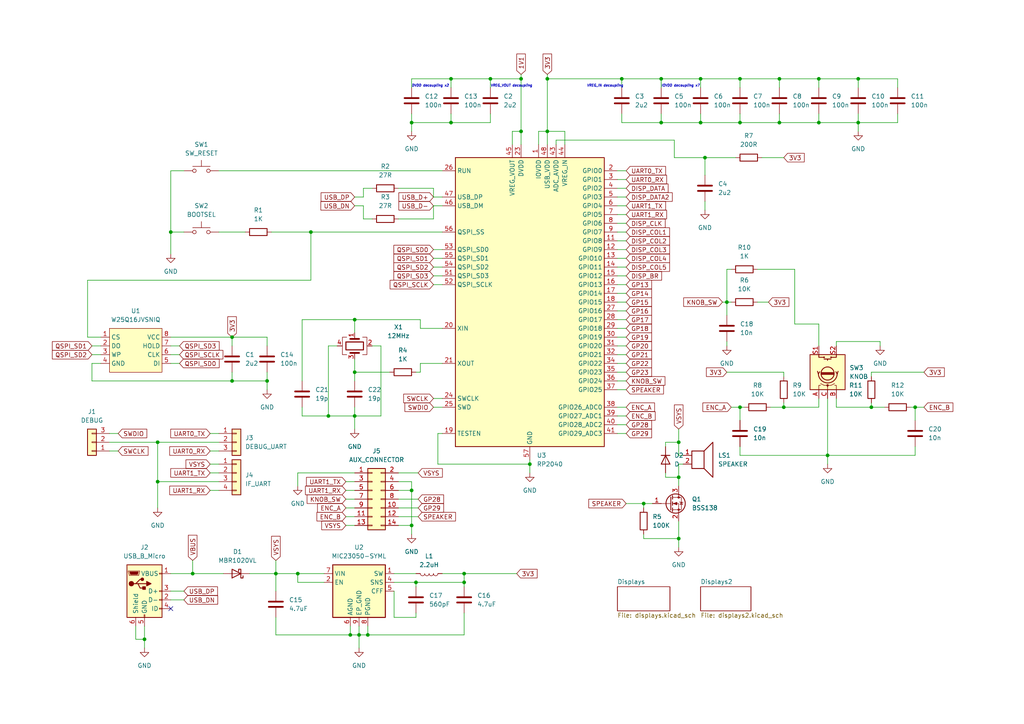
<source format=kicad_sch>
(kicad_sch (version 20230121) (generator eeschema)
  (paper "A4")
  (junction (at 67.31 110.49))
  (junction (at 214.63 118.11))
  (junction (at 77.47 110.49))
  (junction (at 102.87 107.95))
  (junction (at 134.62 168.91))
  (junction (at 90.17 67.31))
  (junction (at 119.38 35.56))
  (junction (at 252.73 118.11))
  (junction (at 153.67 134.62))
  (junction (at 106.68 184.15))
  (junction (at 227.33 118.11))
  (junction (at 142.24 22.86))
  (junction (at 214.63 22.86))
  (junction (at 86.36 166.37))
  (junction (at 214.63 35.56))
  (junction (at 119.38 142.24))
  (junction (at 240.03 132.08))
  (junction (at 151.13 22.86))
  (junction (at 210.82 87.63))
  (junction (at 134.62 166.37))
  (junction (at 186.69 146.05))
  (junction (at 102.87 92.71))
  (junction (at 119.38 152.4))
  (junction (at 191.77 22.86))
  (junction (at 151.13 38.1))
  (junction (at 55.88 166.37))
  (junction (at 49.53 67.31))
  (junction (at 237.49 35.56))
  (junction (at 95.25 120.65))
  (junction (at 265.43 118.11))
  (junction (at 45.72 128.27))
  (junction (at 204.47 45.72))
  (junction (at 80.01 166.37))
  (junction (at 196.85 138.43))
  (junction (at 120.65 168.91))
  (junction (at 191.77 35.56))
  (junction (at 203.2 22.86))
  (junction (at 102.87 120.65))
  (junction (at 226.06 22.86))
  (junction (at 203.2 35.56))
  (junction (at 45.72 139.7))
  (junction (at 196.85 156.21))
  (junction (at 248.92 35.56))
  (junction (at 41.91 185.42))
  (junction (at 158.75 22.86))
  (junction (at 158.75 38.1))
  (junction (at 248.92 22.86))
  (junction (at 67.31 97.79))
  (junction (at 101.6 184.15))
  (junction (at 196.85 128.27))
  (junction (at 104.14 184.15))
  (junction (at 226.06 35.56))
  (junction (at 130.81 35.56))
  (junction (at 180.34 22.86))
  (junction (at 237.49 22.86))
  (junction (at 130.81 22.86))
  (no_connect (at 49.53 176.53))
  (wire (pts (xy 125.73 80.01) (xy 128.27 80.01)))
  (wire (pts (xy 134.62 166.37) (xy 134.62 168.91)))
  (wire (pts (xy 49.53 67.31) (xy 53.34 67.31)))
  (wire (pts (xy 179.07 72.39) (xy 181.61 72.39)))
  (wire (pts (xy 45.72 139.7) (xy 63.5 139.7)))
  (wire (pts (xy 226.06 22.86) (xy 237.49 22.86)))
  (wire (pts (xy 130.81 33.02) (xy 130.81 35.56)))
  (wire (pts (xy 134.62 168.91) (xy 134.62 170.18)))
  (wire (pts (xy 25.4 97.79) (xy 29.21 97.79)))
  (wire (pts (xy 130.81 22.86) (xy 130.81 25.4)))
  (wire (pts (xy 179.07 105.41) (xy 181.61 105.41)))
  (wire (pts (xy 210.82 87.63) (xy 212.09 87.63)))
  (wire (pts (xy 128.27 57.15) (xy 125.73 57.15)))
  (wire (pts (xy 191.77 22.86) (xy 203.2 22.86)))
  (wire (pts (xy 265.43 118.11) (xy 264.16 118.11)))
  (wire (pts (xy 119.38 152.4) (xy 119.38 142.24)))
  (wire (pts (xy 219.71 87.63) (xy 222.885 87.63)))
  (wire (pts (xy 237.49 22.86) (xy 248.92 22.86)))
  (wire (pts (xy 26.67 105.41) (xy 26.67 110.49)))
  (wire (pts (xy 179.07 120.65) (xy 181.61 120.65)))
  (wire (pts (xy 256.54 118.11) (xy 252.73 118.11)))
  (wire (pts (xy 214.63 118.11) (xy 214.63 121.92)))
  (wire (pts (xy 248.92 22.86) (xy 248.92 25.4)))
  (wire (pts (xy 125.73 115.57) (xy 128.27 115.57)))
  (wire (pts (xy 267.97 107.95) (xy 252.73 107.95)))
  (wire (pts (xy 125.73 59.69) (xy 125.73 63.5)))
  (wire (pts (xy 179.07 82.55) (xy 181.61 82.55)))
  (wire (pts (xy 102.87 59.69) (xy 105.41 59.69)))
  (wire (pts (xy 115.57 149.86) (xy 121.285 149.86)))
  (wire (pts (xy 86.36 168.91) (xy 93.98 168.91)))
  (wire (pts (xy 115.57 147.32) (xy 121.285 147.32)))
  (wire (pts (xy 210.82 78.105) (xy 212.09 78.105)))
  (wire (pts (xy 179.07 59.69) (xy 181.61 59.69)))
  (wire (pts (xy 210.82 87.63) (xy 210.82 78.105)))
  (wire (pts (xy 49.53 173.99) (xy 53.34 173.99)))
  (wire (pts (xy 97.79 100.33) (xy 95.25 100.33)))
  (wire (pts (xy 267.97 118.11) (xy 265.43 118.11)))
  (wire (pts (xy 102.87 92.71) (xy 121.92 92.71)))
  (wire (pts (xy 196.85 134.62) (xy 196.85 138.43)))
  (wire (pts (xy 39.37 181.61) (xy 39.37 185.42)))
  (wire (pts (xy 198.12 132.08) (xy 196.85 132.08)))
  (wire (pts (xy 134.62 166.37) (xy 149.86 166.37)))
  (wire (pts (xy 125.73 54.61) (xy 115.57 54.61)))
  (wire (pts (xy 49.53 97.79) (xy 67.31 97.79)))
  (wire (pts (xy 100.33 152.4) (xy 102.87 152.4)))
  (wire (pts (xy 227.33 116.84) (xy 227.33 118.11)))
  (wire (pts (xy 230.505 93.98) (xy 230.505 78.105)))
  (wire (pts (xy 179.07 74.93) (xy 181.61 74.93)))
  (wire (pts (xy 100.33 149.86) (xy 102.87 149.86)))
  (wire (pts (xy 196.85 138.43) (xy 196.85 140.97)))
  (wire (pts (xy 203.2 33.02) (xy 203.2 35.56)))
  (wire (pts (xy 29.21 105.41) (xy 26.67 105.41)))
  (wire (pts (xy 180.34 33.02) (xy 180.34 35.56)))
  (wire (pts (xy 67.31 97.79) (xy 67.31 100.33)))
  (wire (pts (xy 179.07 77.47) (xy 181.61 77.47)))
  (wire (pts (xy 26.67 102.87) (xy 29.21 102.87)))
  (wire (pts (xy 87.63 118.11) (xy 87.63 120.65)))
  (wire (pts (xy 179.07 90.17) (xy 181.61 90.17)))
  (wire (pts (xy 180.34 35.56) (xy 191.77 35.56)))
  (wire (pts (xy 49.53 67.31) (xy 49.53 73.66)))
  (wire (pts (xy 158.75 22.86) (xy 180.34 22.86)))
  (wire (pts (xy 119.38 152.4) (xy 119.38 154.94)))
  (wire (pts (xy 45.72 139.7) (xy 45.72 147.32)))
  (wire (pts (xy 142.24 22.86) (xy 151.13 22.86)))
  (wire (pts (xy 115.57 144.78) (xy 121.285 144.78)))
  (wire (pts (xy 130.81 22.86) (xy 142.24 22.86)))
  (wire (pts (xy 204.47 45.72) (xy 204.47 50.8)))
  (wire (pts (xy 49.53 171.45) (xy 53.34 171.45)))
  (wire (pts (xy 180.34 22.86) (xy 191.77 22.86)))
  (wire (pts (xy 49.53 100.33) (xy 52.07 100.33)))
  (wire (pts (xy 119.38 22.86) (xy 130.81 22.86)))
  (wire (pts (xy 142.24 33.02) (xy 142.24 35.56)))
  (wire (pts (xy 179.07 49.53) (xy 181.61 49.53)))
  (wire (pts (xy 105.41 63.5) (xy 105.41 59.69)))
  (wire (pts (xy 240.03 115.57) (xy 240.03 132.08)))
  (wire (pts (xy 153.67 133.35) (xy 153.67 134.62)))
  (wire (pts (xy 86.36 166.37) (xy 86.36 168.91)))
  (wire (pts (xy 179.07 57.15) (xy 181.61 57.15)))
  (wire (pts (xy 130.81 35.56) (xy 142.24 35.56)))
  (wire (pts (xy 151.13 22.86) (xy 151.13 38.1)))
  (wire (pts (xy 179.07 107.95) (xy 181.61 107.95)))
  (wire (pts (xy 181.61 146.05) (xy 186.69 146.05)))
  (wire (pts (xy 63.5 49.53) (xy 128.27 49.53)))
  (wire (pts (xy 226.06 33.02) (xy 226.06 35.56)))
  (wire (pts (xy 90.17 81.28) (xy 25.4 81.28)))
  (wire (pts (xy 265.43 118.11) (xy 265.43 121.92)))
  (wire (pts (xy 114.3 168.91) (xy 120.65 168.91)))
  (wire (pts (xy 63.5 130.81) (xy 60.96 130.81)))
  (wire (pts (xy 125.73 82.55) (xy 128.27 82.55)))
  (wire (pts (xy 255.27 99.06) (xy 255.27 100.33)))
  (wire (pts (xy 119.38 33.02) (xy 119.38 35.56)))
  (wire (pts (xy 25.4 81.28) (xy 25.4 97.79)))
  (wire (pts (xy 193.04 128.27) (xy 196.85 128.27)))
  (wire (pts (xy 151.13 22.86) (xy 151.13 21.59)))
  (wire (pts (xy 80.01 166.37) (xy 86.36 166.37)))
  (wire (pts (xy 102.87 120.65) (xy 102.87 124.46)))
  (wire (pts (xy 78.74 67.31) (xy 90.17 67.31)))
  (wire (pts (xy 128.27 59.69) (xy 125.73 59.69)))
  (wire (pts (xy 179.07 69.85) (xy 181.61 69.85)))
  (wire (pts (xy 214.63 33.02) (xy 214.63 35.56)))
  (wire (pts (xy 77.47 110.49) (xy 67.31 110.49)))
  (wire (pts (xy 119.38 142.24) (xy 119.38 139.7)))
  (wire (pts (xy 77.47 107.95) (xy 77.47 110.49)))
  (wire (pts (xy 227.33 109.22) (xy 227.33 107.95)))
  (wire (pts (xy 163.83 41.91) (xy 163.83 38.1)))
  (wire (pts (xy 226.06 35.56) (xy 237.49 35.56)))
  (wire (pts (xy 102.87 107.95) (xy 102.87 110.49)))
  (wire (pts (xy 134.62 177.8) (xy 134.62 184.15)))
  (wire (pts (xy 115.57 137.16) (xy 121.285 137.16)))
  (wire (pts (xy 179.07 67.31) (xy 181.61 67.31)))
  (wire (pts (xy 158.75 38.1) (xy 158.75 41.91)))
  (wire (pts (xy 248.92 35.56) (xy 248.92 38.1)))
  (wire (pts (xy 114.3 179.07) (xy 114.3 171.45)))
  (wire (pts (xy 212.09 118.11) (xy 214.63 118.11)))
  (wire (pts (xy 179.07 118.11) (xy 181.61 118.11)))
  (wire (pts (xy 67.31 110.49) (xy 67.31 107.95)))
  (wire (pts (xy 193.04 138.43) (xy 193.04 137.16)))
  (wire (pts (xy 230.505 78.105) (xy 219.71 78.105)))
  (wire (pts (xy 248.92 22.86) (xy 260.35 22.86)))
  (wire (pts (xy 86.36 137.16) (xy 86.36 140.97)))
  (wire (pts (xy 102.87 96.52) (xy 102.87 92.71)))
  (wire (pts (xy 196.85 138.43) (xy 193.04 138.43)))
  (wire (pts (xy 186.69 156.21) (xy 186.69 154.94)))
  (wire (pts (xy 119.38 35.56) (xy 119.38 38.1)))
  (wire (pts (xy 179.07 110.49) (xy 181.61 110.49)))
  (wire (pts (xy 237.49 35.56) (xy 248.92 35.56)))
  (wire (pts (xy 237.49 33.02) (xy 237.49 35.56)))
  (wire (pts (xy 115.57 63.5) (xy 125.73 63.5)))
  (wire (pts (xy 45.72 128.27) (xy 63.5 128.27)))
  (wire (pts (xy 100.33 147.32) (xy 102.87 147.32)))
  (wire (pts (xy 214.63 35.56) (xy 226.06 35.56)))
  (wire (pts (xy 80.01 184.15) (xy 80.01 179.07)))
  (wire (pts (xy 196.85 128.27) (xy 196.85 132.08)))
  (wire (pts (xy 106.68 181.61) (xy 106.68 184.15)))
  (wire (pts (xy 120.65 168.91) (xy 120.65 170.18)))
  (wire (pts (xy 223.52 118.11) (xy 227.33 118.11)))
  (wire (pts (xy 196.85 156.21) (xy 186.69 156.21)))
  (wire (pts (xy 265.43 132.08) (xy 240.03 132.08)))
  (wire (pts (xy 55.88 166.37) (xy 64.77 166.37)))
  (wire (pts (xy 151.13 38.1) (xy 151.13 41.91)))
  (wire (pts (xy 179.07 92.71) (xy 181.61 92.71)))
  (wire (pts (xy 67.31 97.79) (xy 77.47 97.79)))
  (wire (pts (xy 87.63 92.71) (xy 87.63 110.49)))
  (wire (pts (xy 265.43 129.54) (xy 265.43 132.08)))
  (wire (pts (xy 196.85 156.21) (xy 196.85 158.75)))
  (wire (pts (xy 179.07 123.19) (xy 181.61 123.19)))
  (wire (pts (xy 87.63 120.65) (xy 95.25 120.65)))
  (wire (pts (xy 186.69 146.05) (xy 186.69 147.32)))
  (wire (pts (xy 214.63 129.54) (xy 214.63 132.08)))
  (wire (pts (xy 196.85 151.13) (xy 196.85 156.21)))
  (wire (pts (xy 110.49 100.33) (xy 110.49 120.65)))
  (wire (pts (xy 260.35 33.02) (xy 260.35 35.56)))
  (wire (pts (xy 179.07 52.07) (xy 181.61 52.07)))
  (wire (pts (xy 90.17 67.31) (xy 90.17 81.28)))
  (wire (pts (xy 63.5 67.31) (xy 71.12 67.31)))
  (wire (pts (xy 214.63 22.86) (xy 214.63 25.4)))
  (wire (pts (xy 26.67 100.33) (xy 29.21 100.33)))
  (wire (pts (xy 121.92 105.41) (xy 128.27 105.41)))
  (wire (pts (xy 55.88 162.56) (xy 55.88 166.37)))
  (wire (pts (xy 119.38 35.56) (xy 130.81 35.56)))
  (wire (pts (xy 195.58 40.64) (xy 195.58 45.72)))
  (wire (pts (xy 179.07 85.09) (xy 181.61 85.09)))
  (wire (pts (xy 179.07 62.23) (xy 181.61 62.23)))
  (wire (pts (xy 127 125.73) (xy 128.27 125.73)))
  (wire (pts (xy 125.73 77.47) (xy 128.27 77.47)))
  (wire (pts (xy 125.73 118.11) (xy 128.27 118.11)))
  (wire (pts (xy 26.67 110.49) (xy 67.31 110.49)))
  (wire (pts (xy 72.39 166.37) (xy 80.01 166.37)))
  (wire (pts (xy 31.75 125.73) (xy 34.29 125.73)))
  (wire (pts (xy 153.67 134.62) (xy 127 134.62)))
  (wire (pts (xy 237.49 22.86) (xy 237.49 25.4)))
  (wire (pts (xy 101.6 184.15) (xy 80.01 184.15)))
  (wire (pts (xy 227.33 118.11) (xy 237.49 118.11)))
  (wire (pts (xy 203.2 22.86) (xy 203.2 25.4)))
  (wire (pts (xy 179.07 100.33) (xy 181.61 100.33)))
  (wire (pts (xy 156.21 38.1) (xy 158.75 38.1)))
  (wire (pts (xy 191.77 25.4) (xy 191.77 22.86)))
  (wire (pts (xy 180.34 22.86) (xy 180.34 25.4)))
  (wire (pts (xy 191.77 35.56) (xy 203.2 35.56)))
  (wire (pts (xy 163.83 38.1) (xy 158.75 38.1)))
  (wire (pts (xy 101.6 181.61) (xy 101.6 184.15)))
  (wire (pts (xy 107.95 100.33) (xy 110.49 100.33)))
  (wire (pts (xy 203.2 22.86) (xy 214.63 22.86)))
  (wire (pts (xy 127 134.62) (xy 127 125.73)))
  (wire (pts (xy 49.53 102.87) (xy 52.07 102.87)))
  (wire (pts (xy 86.36 137.16) (xy 102.87 137.16)))
  (wire (pts (xy 107.95 63.5) (xy 105.41 63.5)))
  (wire (pts (xy 179.07 64.77) (xy 181.61 64.77)))
  (wire (pts (xy 252.73 109.22) (xy 252.73 107.95)))
  (wire (pts (xy 196.85 124.46) (xy 196.85 128.27)))
  (wire (pts (xy 115.57 152.4) (xy 119.38 152.4)))
  (wire (pts (xy 125.73 74.93) (xy 128.27 74.93)))
  (wire (pts (xy 121.92 105.41) (xy 121.92 107.95)))
  (wire (pts (xy 121.92 95.25) (xy 128.27 95.25)))
  (wire (pts (xy 179.07 95.25) (xy 181.61 95.25)))
  (wire (pts (xy 104.14 181.61) (xy 104.14 184.15)))
  (wire (pts (xy 179.07 102.87) (xy 181.61 102.87)))
  (wire (pts (xy 121.92 92.71) (xy 121.92 95.25)))
  (wire (pts (xy 191.77 33.02) (xy 191.77 35.56)))
  (wire (pts (xy 60.96 134.62) (xy 63.5 134.62)))
  (wire (pts (xy 119.38 25.4) (xy 119.38 22.86)))
  (wire (pts (xy 113.03 107.95) (xy 102.87 107.95)))
  (wire (pts (xy 128.27 166.37) (xy 134.62 166.37)))
  (wire (pts (xy 102.87 57.15) (xy 105.41 57.15)))
  (wire (pts (xy 107.95 54.61) (xy 105.41 54.61)))
  (wire (pts (xy 189.23 146.05) (xy 186.69 146.05)))
  (wire (pts (xy 120.65 179.07) (xy 114.3 179.07)))
  (wire (pts (xy 179.07 97.79) (xy 181.61 97.79)))
  (wire (pts (xy 63.5 125.73) (xy 60.96 125.73)))
  (wire (pts (xy 179.07 113.03) (xy 181.61 113.03)))
  (wire (pts (xy 95.25 100.33) (xy 95.25 120.65)))
  (wire (pts (xy 100.33 139.7) (xy 102.87 139.7)))
  (wire (pts (xy 39.37 185.42) (xy 41.91 185.42)))
  (wire (pts (xy 260.35 35.56) (xy 248.92 35.56)))
  (wire (pts (xy 77.47 110.49) (xy 77.47 113.03)))
  (wire (pts (xy 49.53 105.41) (xy 52.07 105.41)))
  (wire (pts (xy 142.24 22.86) (xy 142.24 25.4)))
  (wire (pts (xy 104.14 184.15) (xy 106.68 184.15)))
  (wire (pts (xy 115.57 139.7) (xy 119.38 139.7)))
  (wire (pts (xy 242.57 99.06) (xy 255.27 99.06)))
  (wire (pts (xy 158.75 38.1) (xy 158.75 22.86)))
  (wire (pts (xy 220.98 45.72) (xy 227.33 45.72)))
  (wire (pts (xy 104.14 184.15) (xy 104.14 187.96)))
  (wire (pts (xy 31.75 130.81) (xy 34.29 130.81)))
  (wire (pts (xy 45.72 128.27) (xy 45.72 139.7)))
  (wire (pts (xy 161.29 40.64) (xy 195.58 40.64)))
  (wire (pts (xy 204.47 45.72) (xy 213.36 45.72)))
  (wire (pts (xy 179.07 80.01) (xy 181.61 80.01)))
  (wire (pts (xy 90.17 67.31) (xy 128.27 67.31)))
  (wire (pts (xy 49.53 49.53) (xy 49.53 67.31)))
  (wire (pts (xy 60.96 142.24) (xy 63.5 142.24)))
  (wire (pts (xy 49.53 166.37) (xy 55.88 166.37)))
  (wire (pts (xy 198.12 134.62) (xy 196.85 134.62)))
  (wire (pts (xy 77.47 97.79) (xy 77.47 100.33)))
  (wire (pts (xy 105.41 54.61) (xy 105.41 57.15)))
  (wire (pts (xy 153.67 134.62) (xy 153.67 137.16)))
  (wire (pts (xy 240.03 132.08) (xy 240.03 134.62)))
  (wire (pts (xy 114.3 166.37) (xy 120.65 166.37)))
  (wire (pts (xy 158.75 21.59) (xy 158.75 22.86)))
  (wire (pts (xy 102.87 92.71) (xy 87.63 92.71)))
  (wire (pts (xy 179.07 54.61) (xy 181.61 54.61)))
  (wire (pts (xy 237.49 115.57) (xy 237.49 118.11)))
  (wire (pts (xy 148.59 38.1) (xy 151.13 38.1)))
  (wire (pts (xy 125.73 72.39) (xy 128.27 72.39)))
  (wire (pts (xy 134.62 184.15) (xy 106.68 184.15)))
  (wire (pts (xy 226.06 22.86) (xy 226.06 25.4)))
  (wire (pts (xy 100.33 144.78) (xy 102.87 144.78)))
  (wire (pts (xy 210.82 87.63) (xy 210.82 91.44)))
  (wire (pts (xy 210.82 99.06) (xy 210.82 100.33)))
  (wire (pts (xy 53.34 49.53) (xy 49.53 49.53)))
  (wire (pts (xy 102.87 120.65) (xy 102.87 118.11)))
  (wire (pts (xy 101.6 184.15) (xy 104.14 184.15)))
  (wire (pts (xy 203.2 35.56) (xy 214.63 35.56)))
  (wire (pts (xy 237.49 93.98) (xy 230.505 93.98)))
  (wire (pts (xy 41.91 185.42) (xy 41.91 187.96)))
  (wire (pts (xy 248.92 33.02) (xy 248.92 35.56)))
  (wire (pts (xy 86.36 166.37) (xy 93.98 166.37)))
  (wire (pts (xy 125.73 57.15) (xy 125.73 54.61)))
  (wire (pts (xy 204.47 58.42) (xy 204.47 60.96)))
  (wire (pts (xy 195.58 45.72) (xy 204.47 45.72)))
  (wire (pts (xy 120.65 107.95) (xy 121.92 107.95)))
  (wire (pts (xy 80.01 162.56) (xy 80.01 166.37)))
  (wire (pts (xy 156.21 41.91) (xy 156.21 38.1)))
  (wire (pts (xy 252.73 118.11) (xy 242.57 118.11)))
  (wire (pts (xy 179.07 125.73) (xy 181.61 125.73)))
  (wire (pts (xy 161.29 41.91) (xy 161.29 40.64)))
  (wire (pts (xy 120.65 168.91) (xy 134.62 168.91)))
  (wire (pts (xy 242.57 115.57) (xy 242.57 118.11)))
  (wire (pts (xy 237.49 100.33) (xy 237.49 93.98)))
  (wire (pts (xy 60.96 137.16) (xy 63.5 137.16)))
  (wire (pts (xy 210.82 107.95) (xy 227.33 107.95)))
  (wire (pts (xy 214.63 132.08) (xy 240.03 132.08)))
  (wire (pts (xy 148.59 41.91) (xy 148.59 38.1)))
  (wire (pts (xy 31.75 128.27) (xy 45.72 128.27)))
  (wire (pts (xy 209.55 87.63) (xy 210.82 87.63)))
  (wire (pts (xy 193.04 129.54) (xy 193.04 128.27)))
  (wire (pts (xy 214.63 118.11) (xy 215.9 118.11)))
  (wire (pts (xy 260.35 22.86) (xy 260.35 25.4)))
  (wire (pts (xy 179.07 87.63) (xy 181.61 87.63)))
  (wire (pts (xy 102.87 104.14) (xy 102.87 107.95)))
  (wire (pts (xy 252.73 116.84) (xy 252.73 118.11)))
  (wire (pts (xy 100.33 142.24) (xy 102.87 142.24)))
  (wire (pts (xy 41.91 181.61) (xy 41.91 185.42)))
  (wire (pts (xy 110.49 120.65) (xy 102.87 120.65)))
  (wire (pts (xy 95.25 120.65) (xy 102.87 120.65)))
  (wire (pts (xy 80.01 166.37) (xy 80.01 171.45)))
  (wire (pts (xy 242.57 99.06) (xy 242.57 100.33)))
  (wire (pts (xy 214.63 22.86) (xy 226.06 22.86)))
  (wire (pts (xy 120.65 177.8) (xy 120.65 179.07)))
  (wire (pts (xy 115.57 142.24) (xy 119.38 142.24)))
  (text "IOVDD decoupling x7" (at 191.77 25.4 0) (effects (font (size 0.7 0.7) italic) (justify left bottom)))
  (text "DVDD decoupling x2" (at 119.38 25.4 0) (effects (font (size 0.7 0.7) italic) (justify left bottom)))
  (text "VREG_IN decoupling" (at 170.18 25.4 0) (effects (font (size 0.7 0.7) italic) (justify left bottom)))
  (text "VREG_VOUT decoupling" (at 142.24 25.4 0) (effects (font (size 0.7 0.7) italic) (justify left bottom)))
  (global_label "GP28" (shape input) (at 121.285 144.78 0) (property "Intersheetrefs" "${INTERSHEET_REFS}" (effects hide)))
  (global_label "3V3" (shape input) (at 149.86 166.37 0) (property "Intersheetrefs" "${INTERSHEET_REFS}" (effects hide)))
  (global_label "DISP_CLK" (shape input) (at 181.61 64.77 0) (property "Intersheetrefs" "${INTERSHEET_REFS}" (effects hide)))
  (global_label "DISP_DATA" (shape input) (at 181.61 54.61 0) (property "Intersheetrefs" "${INTERSHEET_REFS}" (effects hide)))
  (global_label "3V3" (shape input) (at 67.31 97.79 90) (property "Intersheetrefs" "${INTERSHEET_REFS}" (effects hide)))
  (global_label "VBUS" (shape input) (at 55.88 162.56 90) (property "Intersheetrefs" "${INTERSHEET_REFS}" (effects hide)))
  (global_label "DISP_DATA2" (shape input) (at 181.61 57.15 0) (property "Intersheetrefs" "${INTERSHEET_REFS}" (effects hide)))
  (global_label "ENC_B" (shape input) (at 100.33 149.86 180) (property "Intersheetrefs" "${INTERSHEET_REFS}" (effects hide)))
  (global_label "UART1_RX" (shape input) (at 60.96 142.24 180) (property "Intersheetrefs" "${INTERSHEET_REFS}" (effects hide)))
  (global_label "GP20" (shape input) (at 181.61 100.33 0) (property "Intersheetrefs" "${INTERSHEET_REFS}" (effects hide)))
  (global_label "VSYS" (shape input) (at 100.33 152.4 180) (property "Intersheetrefs" "${INTERSHEET_REFS}" (effects hide)))
  (global_label "UART1_TX" (shape input) (at 181.61 59.69 0) (property "Intersheetrefs" "${INTERSHEET_REFS}" (effects hide)))
  (global_label "USB_D-" (shape input) (at 125.73 59.69 180) (property "Intersheetrefs" "${INTERSHEET_REFS}" (effects hide)))
  (global_label "QSPI_SD2" (shape input) (at 26.67 102.87 180) (property "Intersheetrefs" "${INTERSHEET_REFS}" (effects hide)))
  (global_label "GP16" (shape input) (at 181.61 90.17 0) (property "Intersheetrefs" "${INTERSHEET_REFS}" (effects hide)))
  (global_label "KNOB_SW" (shape input) (at 181.61 110.49 0) (property "Intersheetrefs" "${INTERSHEET_REFS}" (effects hide)))
  (global_label "QSPI_SD3" (shape input) (at 125.73 80.01 180) (property "Intersheetrefs" "${INTERSHEET_REFS}" (effects hide)))
  (global_label "GP13" (shape input) (at 181.61 82.55 0) (property "Intersheetrefs" "${INTERSHEET_REFS}" (effects hide)))
  (global_label "GP28" (shape input) (at 181.61 123.19 0) (property "Intersheetrefs" "${INTERSHEET_REFS}" (effects hide)))
  (global_label "USB_DP" (shape input) (at 53.34 171.45 0) (property "Intersheetrefs" "${INTERSHEET_REFS}" (effects hide)))
  (global_label "SWDIO" (shape input) (at 34.29 125.73 0) (property "Intersheetrefs" "${INTERSHEET_REFS}" (effects hide)))
  (global_label "UART1_RX" (shape input) (at 181.61 62.23 0) (property "Intersheetrefs" "${INTERSHEET_REFS}" (effects hide)))
  (global_label "GP29" (shape input) (at 181.61 125.73 0) (property "Intersheetrefs" "${INTERSHEET_REFS}" (effects hide)))
  (global_label "QSPI_SCLK" (shape input) (at 52.07 102.87 0) (property "Intersheetrefs" "${INTERSHEET_REFS}" (effects hide)))
  (global_label "GP19" (shape input) (at 181.61 97.79 0) (property "Intersheetrefs" "${INTERSHEET_REFS}" (effects hide)))
  (global_label "UART1_TX" (shape input) (at 60.96 137.16 180) (property "Intersheetrefs" "${INTERSHEET_REFS}" (effects hide)))
  (global_label "GP22" (shape input) (at 181.61 105.41 0) (property "Intersheetrefs" "${INTERSHEET_REFS}" (effects hide)))
  (global_label "GP14" (shape input) (at 181.61 85.09 0) (property "Intersheetrefs" "${INTERSHEET_REFS}" (effects hide)))
  (global_label "DISP_COL3" (shape input) (at 181.61 72.39 0) (property "Intersheetrefs" "${INTERSHEET_REFS}" (effects hide)))
  (global_label "GP29" (shape input) (at 121.285 147.32 0) (property "Intersheetrefs" "${INTERSHEET_REFS}" (effects hide)))
  (global_label "VSYS" (shape input) (at 80.01 162.56 90) (property "Intersheetrefs" "${INTERSHEET_REFS}" (effects hide)))
  (global_label "GP17" (shape input) (at 181.61 92.71 0) (property "Intersheetrefs" "${INTERSHEET_REFS}" (effects hide)))
  (global_label "UART0_RX" (shape input) (at 60.96 130.81 180) (property "Intersheetrefs" "${INTERSHEET_REFS}" (effects hide)))
  (global_label "DISP_BR" (shape input) (at 181.61 80.01 0) (property "Intersheetrefs" "${INTERSHEET_REFS}" (effects hide)))
  (global_label "3V3" (shape input) (at 158.75 21.59 90) (effects (font italic)) (property "Intersheetrefs" "${INTERSHEET_REFS}" (effects hide)))
  (global_label "KNOB_SW" (shape input) (at 100.33 144.78 180) (property "Intersheetrefs" "${INTERSHEET_REFS}" (effects hide)))
  (global_label "QSPI_SCLK" (shape input) (at 125.73 82.55 180) (property "Intersheetrefs" "${INTERSHEET_REFS}" (effects hide)))
  (global_label "QSPI_SD2" (shape input) (at 125.73 77.47 180) (property "Intersheetrefs" "${INTERSHEET_REFS}" (effects hide)))
  (global_label "QSPI_SD3" (shape input) (at 52.07 100.33 0) (property "Intersheetrefs" "${INTERSHEET_REFS}" (effects hide)))
  (global_label "VSYS" (shape input) (at 196.85 124.46 90) (property "Intersheetrefs" "${INTERSHEET_REFS}" (effects hide)))
  (global_label "SWCLK" (shape input) (at 125.73 115.57 180) (property "Intersheetrefs" "${INTERSHEET_REFS}" (effects hide)))
  (global_label "1V1" (shape input) (at 151.13 21.59 90) (effects (font italic)) (property "Intersheetrefs" "${INTERSHEET_REFS}" (effects hide)))
  (global_label "SWCLK" (shape input) (at 34.29 130.81 0) (property "Intersheetrefs" "${INTERSHEET_REFS}" (effects hide)))
  (global_label "QSPI_SD1" (shape input) (at 125.73 74.93 180) (property "Intersheetrefs" "${INTERSHEET_REFS}" (effects hide)))
  (global_label "USB_DP" (shape input) (at 102.87 57.15 180) (property "Intersheetrefs" "${INTERSHEET_REFS}" (effects hide)))
  (global_label "UART1_RX" (shape input) (at 100.33 142.24 180) (property "Intersheetrefs" "${INTERSHEET_REFS}" (effects hide)))
  (global_label "ENC_A" (shape input) (at 100.33 147.32 180) (property "Intersheetrefs" "${INTERSHEET_REFS}" (effects hide)))
  (global_label "ENC_A" (shape input) (at 212.09 118.11 180) (property "Intersheetrefs" "${INTERSHEET_REFS}" (effects hide)))
  (global_label "GP23" (shape input) (at 181.61 107.95 0) (property "Intersheetrefs" "${INTERSHEET_REFS}" (effects hide)))
  (global_label "DISP_COL1" (shape input) (at 181.61 67.31 0) (property "Intersheetrefs" "${INTERSHEET_REFS}" (effects hide)))
  (global_label "SPEAKER" (shape input) (at 181.61 113.03 0) (property "Intersheetrefs" "${INTERSHEET_REFS}" (effects hide)))
  (global_label "GP21" (shape input) (at 181.61 102.87 0) (property "Intersheetrefs" "${INTERSHEET_REFS}" (effects hide)))
  (global_label "SPEAKER" (shape input) (at 181.61 146.05 180) (property "Intersheetrefs" "${INTERSHEET_REFS}" (effects hide)))
  (global_label "3V3" (shape input) (at 267.97 107.95 0) (property "Intersheetrefs" "${INTERSHEET_REFS}" (effects hide)))
  (global_label "VSYS" (shape input) (at 121.285 137.16 0) (property "Intersheetrefs" "${INTERSHEET_REFS}" (effects hide)))
  (global_label "3V3" (shape input) (at 222.885 87.63 0) (property "Intersheetrefs" "${INTERSHEET_REFS}" (effects hide)))
  (global_label "KNOB_SW" (shape input) (at 209.55 87.63 180) (property "Intersheetrefs" "${INTERSHEET_REFS}" (effects hide)))
  (global_label "UART0_RX" (shape input) (at 181.61 52.07 0) (property "Intersheetrefs" "${INTERSHEET_REFS}" (effects hide)))
  (global_label "ENC_B" (shape input) (at 267.97 118.11 0) (property "Intersheetrefs" "${INTERSHEET_REFS}" (effects hide)))
  (global_label "UART1_TX" (shape input) (at 100.33 139.7 180) (property "Intersheetrefs" "${INTERSHEET_REFS}" (effects hide)))
  (global_label "ENC_B" (shape input) (at 181.61 120.65 0) (property "Intersheetrefs" "${INTERSHEET_REFS}" (effects hide)))
  (global_label "SPEAKER" (shape input) (at 121.285 149.86 0) (property "Intersheetrefs" "${INTERSHEET_REFS}" (effects hide)))
  (global_label "SWDIO" (shape input) (at 125.73 118.11 180) (property "Intersheetrefs" "${INTERSHEET_REFS}" (effects hide)))
  (global_label "GP15" (shape input) (at 181.61 87.63 0) (property "Intersheetrefs" "${INTERSHEET_REFS}" (effects hide)))
  (global_label "GP18" (shape input) (at 181.61 95.25 0) (property "Intersheetrefs" "${INTERSHEET_REFS}" (effects hide)))
  (global_label "DISP_COL5" (shape input) (at 181.61 77.47 0) (property "Intersheetrefs" "${INTERSHEET_REFS}" (effects hide)))
  (global_label "USB_DN" (shape input) (at 102.87 59.69 180) (property "Intersheetrefs" "${INTERSHEET_REFS}" (effects hide)))
  (global_label "DISP_COL4" (shape input) (at 181.61 74.93 0) (property "Intersheetrefs" "${INTERSHEET_REFS}" (effects hide)))
  (global_label "3V3" (shape input) (at 227.33 45.72 0) (property "Intersheetrefs" "${INTERSHEET_REFS}" (effects hide)))
  (global_label "3V3" (shape input) (at 210.82 107.95 180) (property "Intersheetrefs" "${INTERSHEET_REFS}" (effects hide)))
  (global_label "UART0_TX" (shape input) (at 181.61 49.53 0) (property "Intersheetrefs" "${INTERSHEET_REFS}" (effects hide)))
  (global_label "DISP_COL2" (shape input) (at 181.61 69.85 0) (property "Intersheetrefs" "${INTERSHEET_REFS}" (effects hide)))
  (global_label "QSPI_SD0" (shape input) (at 52.07 105.41 0) (property "Intersheetrefs" "${INTERSHEET_REFS}" (effects hide)))
  (global_label "QSPI_SD0" (shape input) (at 125.73 72.39 180) (property "Intersheetrefs" "${INTERSHEET_REFS}" (effects hide)))
  (global_label "USB_D+" (shape input) (at 125.73 57.15 180) (property "Intersheetrefs" "${INTERSHEET_REFS}" (effects hide)))
  (global_label "VSYS" (shape input) (at 60.96 134.62 180) (property "Intersheetrefs" "${INTERSHEET_REFS}" (effects hide)))
  (global_label "USB_DN" (shape input) (at 53.34 173.99 0) (property "Intersheetrefs" "${INTERSHEET_REFS}" (effects hide)))
  (global_label "QSPI_SD1" (shape input) (at 26.67 100.33 180) (property "Intersheetrefs" "${INTERSHEET_REFS}" (effects hide)))
  (global_label "UART0_TX" (shape input) (at 60.96 125.73 180) (property "Intersheetrefs" "${INTERSHEET_REFS}" (effects hide)))
  (global_label "ENC_A" (shape input) (at 181.61 118.11 0) (property "Intersheetrefs" "${INTERSHEET_REFS}" (effects hide)))
  (symbol (lib_id "Device:C") (at 119.38 29.21 0) (unit 1)
    (property "Reference" "C12" (at 123.19 27.9399 0) (effects (justify left)))
    (property "Value" "100n" (at 123.19 30.4799 0) (effects (justify left)))
    (property "Footprint" "Capacitor_SMD:C_0603_1608Metric" (effects hide))
  )
  (symbol (lib_id "Device:C") (at 214.63 29.21 0) (unit 1)
    (property "Reference" "C7" (at 218.44 27.9399 0) (effects (justify left)))
    (property "Value" "100n" (at 218.44 30.4799 0) (effects (justify left)))
    (property "Footprint" "Capacitor_SMD:C_0603_1608Metric" (effects hide))
  )
  (symbol (lib_id "Switch:SW_Push") (at 58.42 67.31 0) (unit 1)
    (property "Reference" "SW2" (at 58.42 59.69 0))
    (property "Value" "BOOTSEL" (at 58.42 62.23 0))
    (property "Footprint" "components:TS18_TACTILE_SWITCH" (effects hide))
  )
  (symbol (lib_id "Device:C") (at 87.63 114.3 0) (unit 1)
    (property "Reference" "C21" (at 91.44 113.0299 0) (effects (justify left)))
    (property "Value" "19p" (at 91.44 115.5699 0) (effects (justify left)))
    (property "Footprint" "Capacitor_SMD:C_0603_1608Metric" (effects hide))
  )
  (symbol (lib_id "Device:R") (at 111.76 63.5 90) (unit 1)
    (property "Reference" "R3" (at 111.76 57.15 90))
    (property "Value" "27R" (at 111.76 59.69 90))
    (property "Footprint" "Resistor_SMD:R_0603_1608Metric" (effects hide))
  )
  (symbol (lib_id "power:GND") (at 204.47 60.96 0) (unit 1)
    (property "Reference" "#PWR0112" (effects hide))
    (property "Value" "GND" (at 204.47 66.04 0))
  )
  (symbol (lib_id "Device:C") (at 248.92 29.21 0) (unit 1)
    (property "Reference" "C10" (at 252.73 27.9399 0) (effects (justify left)))
    (property "Value" "100n" (at 252.73 30.4799 0) (effects (justify left)))
    (property "Footprint" "Capacitor_SMD:C_0603_1608Metric" (effects hide))
  )
  (symbol (lib_id "Device:C") (at 130.81 29.21 0) (unit 1)
    (property "Reference" "C13" (at 134.62 27.9399 0) (effects (justify left)))
    (property "Value" "100n" (at 134.62 30.4799 0) (effects (justify left)))
    (property "Footprint" "Capacitor_SMD:C_0603_1608Metric" (effects hide))
  )
  (symbol (lib_id "Device:C") (at 134.62 173.99 0) (unit 1)
    (property "Reference" "C16" (at 138.43 172.7199 0) (effects (justify left)))
    (property "Value" "4.7uF" (at 138.43 175.2599 0) (effects (justify left)))
    (property "Footprint" "Capacitor_SMD:C_0603_1608Metric" (effects hide))
  )
  (symbol (lib_id "Device:Speaker") (at 203.2 132.08 0) (unit 1)
    (property "Reference" "LS1" (at 208.28 132.0799 0) (effects (justify left)))
    (property "Value" "SPEAKER" (at 208.28 134.6199 0) (effects (justify left)))
    (property "Footprint" "components:BUZZER_CMT-8504" (effects hide))
  )
  (symbol (lib_id "components:W25Q16JVSNIQ") (at 39.37 105.41 0) (unit 1)
    (property "Reference" "U1" (at 39.37 90.17 0))
    (property "Value" "W25Q16JVSNIQ" (at 39.37 92.71 0))
    (property "Footprint" "components:SOIC8_150mil" (effects hide))
  )
  (symbol (lib_id "Connector_Generic:Conn_02x07_Odd_Even") (at 107.95 144.78 0) (unit 1)
    (property "Reference" "J5" (at 109.22 130.81 0))
    (property "Value" "AUX_CONNECTOR" (at 109.22 133.35 0))
    (property "Footprint" "Connector_IDC:IDC-Header_2x07_P2.54mm_Vertical" (effects hide))
  )
  (symbol (lib_id "power:GND") (at 49.53 73.66 0) (unit 1)
    (property "Reference" "#PWR0105" (effects hide))
    (property "Value" "GND" (at 49.53 78.74 0))
  )
  (symbol (lib_id "Device:R") (at 74.93 67.31 90) (unit 1)
    (property "Reference" "R1" (at 74.93 60.96 90))
    (property "Value" "1K" (at 74.93 63.5 90))
    (property "Footprint" "Resistor_SMD:R_0603_1608Metric" (effects hide))
  )
  (symbol (lib_id "power:GND") (at 86.36 140.97 0) (unit 1)
    (property "Reference" "#PWR0107" (effects hide))
    (property "Value" "GND" (at 86.36 146.05 0))
  )
  (symbol (lib_id "power:GND") (at 153.67 137.16 0) (unit 1)
    (property "Reference" "#PWR0109" (effects hide))
    (property "Value" "GND" (at 153.67 142.24 0))
  )
  (symbol (lib_id "Device:R") (at 260.35 118.11 270) (mirror x) (unit 1)
    (property "Reference" "R12" (at 260.35 111.76 90))
    (property "Value" "10K" (at 260.35 114.3 90))
    (property "Footprint" "Resistor_SMD:R_0603_1608Metric" (effects hide))
  )
  (symbol (lib_id "Device:R") (at 227.33 113.03 180) (unit 1)
    (property "Reference" "R9" (at 229.87 111.7599 0) (effects (justify right)))
    (property "Value" "10K" (at 229.87 114.2999 0) (effects (justify right)))
    (property "Footprint" "Resistor_SMD:R_0603_1608Metric" (effects hide))
  )
  (symbol (lib_id "Connector_Generic:Conn_01x03") (at 26.67 128.27 180) (unit 1)
    (property "Reference" "J1" (at 26.67 119.38 0))
    (property "Value" "DEBUG" (at 26.67 121.92 0))
    (property "Footprint" "Connector_PinHeader_2.54mm:PinHeader_1x03_P2.54mm_Vertical" (effects hide))
  )
  (symbol (lib_id "power:GND") (at 196.85 158.75 0) (unit 1)
    (property "Reference" "#PWR0117" (effects hide))
    (property "Value" "GND" (at 196.85 163.83 0))
  )
  (symbol (lib_id "power:GND") (at 255.27 100.33 0) (unit 1)
    (property "Reference" "#PWR0114" (effects hide))
    (property "Value" "GND" (at 255.27 105.41 0))
  )
  (symbol (lib_id "power:GND") (at 77.47 113.03 0) (unit 1)
    (property "Reference" "#PWR0108" (effects hide))
    (property "Value" "GND" (at 77.47 118.11 0))
  )
  (symbol (lib_id "power:GND") (at 240.03 134.62 0) (unit 1)
    (property "Reference" "#PWR0113" (effects hide))
    (property "Value" "GND" (at 240.03 139.7 0))
  )
  (symbol (lib_id "MCU_RaspberryPi:RP2040") (at 153.67 87.63 0) (unit 1)
    (property "Reference" "U3" (at 155.6894 132.08 0) (effects (justify left)))
    (property "Value" "RP2040" (at 155.6894 134.62 0) (effects (justify left)))
    (property "Footprint" "Package_DFN_QFN:QFN-56-1EP_7x7mm_P0.4mm_EP3.2x3.2mm" (effects hide))
    (property "Datasheet" "https://datasheets.raspberrypi.com/rp2040/rp2040-datasheet.pdf" (effects hide))
  )
  (symbol (lib_id "Device:C") (at 214.63 125.73 0) (unit 1)
    (property "Reference" "C19" (at 218.44 124.4599 0) (effects (justify left)))
    (property "Value" "10n" (at 218.44 126.9999 0) (effects (justify left)))
    (property "Footprint" "Capacitor_SMD:C_0603_1608Metric" (effects hide))
  )
  (symbol (lib_id "Device:C") (at 120.65 173.99 0) (unit 1)
    (property "Reference" "C17" (at 124.46 172.7199 0) (effects (justify left)))
    (property "Value" "560pF" (at 124.46 175.2599 0) (effects (justify left)))
    (property "Footprint" "Capacitor_SMD:C_0603_1608Metric" (effects hide))
  )
  (symbol (lib_id "Connector_Generic:Conn_01x03") (at 68.58 128.27 0) (unit 1)
    (property "Reference" "J3" (at 71.12 126.9999 0) (effects (justify left)))
    (property "Value" "DEBUG_UART" (at 71.12 129.5399 0) (effects (justify left)))
    (property "Footprint" "Connector_PinHeader_2.54mm:PinHeader_1x03_P2.54mm_Vertical" (effects hide))
  )
  (symbol (lib_id "Device:D") (at 193.04 133.35 270) (unit 1)
    (property "Reference" "D2" (at 195.58 132.0799 90) (effects (justify left)))
    (property "Value" "D" (at 195.58 134.6199 90) (effects (justify left)))
    (property "Footprint" "Diode_SMD:D_SOD-123" (effects hide))
  )
  (symbol (lib_id "Device:C") (at 80.01 175.26 0) (unit 1)
    (property "Reference" "C15" (at 83.82 173.9899 0) (effects (justify left)))
    (property "Value" "4.7uF" (at 83.82 176.5299 0) (effects (justify left)))
    (property "Footprint" "Capacitor_SMD:C_0603_1608Metric" (effects hide))
  )
  (symbol (lib_id "Transistor_FET:BSS138") (at 194.31 146.05 0) (unit 1)
    (property "Reference" "Q1" (at 200.66 144.7799 0) (effects (justify left)))
    (property "Value" "BSS138" (at 200.66 147.3199 0) (effects (justify left)))
    (property "Footprint" "Package_TO_SOT_SMD:SOT-23" (effects hide))
    (property "Datasheet" "https://www.onsemi.com/pub/Collateral/BSS138-D.PDF" (effects hide))
  )
  (symbol (lib_id "Device:C") (at 260.35 29.21 0) (unit 1)
    (property "Reference" "C11" (at 264.16 27.9399 0) (effects (justify left)))
    (property "Value" "100n" (at 264.16 30.4799 0) (effects (justify left)))
    (property "Footprint" "Capacitor_SMD:C_0603_1608Metric" (effects hide))
  )
  (symbol (lib_id "Device:L") (at 124.46 166.37 270) (unit 1)
    (property "Reference" "L1" (at 124.46 161.29 90))
    (property "Value" "2.2uH" (at 124.46 163.83 90))
    (property "Footprint" "components:Inductor_0806" (effects hide))
  )
  (symbol (lib_id "Connector_Generic:Conn_01x04") (at 68.58 137.16 0) (unit 1)
    (property "Reference" "J4" (at 71.12 137.795 0) (effects (justify left)))
    (property "Value" "IF_UART" (at 71.12 140.335 0) (effects (justify left)))
    (property "Footprint" "Connector_PinHeader_2.54mm:PinHeader_1x04_P2.54mm_Vertical" (effects hide))
  )
  (symbol (lib_id "Device:R") (at 111.76 54.61 90) (unit 1)
    (property "Reference" "R2" (at 111.76 48.26 90))
    (property "Value" "27R" (at 111.76 50.8 90))
    (property "Footprint" "Resistor_SMD:R_0603_1608Metric" (effects hide))
  )
  (symbol (lib_id "Device:R") (at 215.9 87.63 270) (mirror x) (unit 1)
    (property "Reference" "R6" (at 215.9 81.28 90))
    (property "Value" "10K" (at 215.9 83.82 90))
    (property "Footprint" "Resistor_SMD:R_0603_1608Metric" (effects hide))
  )
  (symbol (lib_id "Connector:USB_B_Micro") (at 41.91 171.45 0) (unit 1)
    (property "Reference" "J2" (at 41.91 158.75 0))
    (property "Value" "USB_B_Micro" (at 41.91 161.29 0))
    (property "Footprint" "components:GCT_USB3140" (effects hide))
  )
  (symbol (lib_id "Device:R") (at 252.73 113.03 0) (mirror x) (unit 1)
    (property "Reference" "R11" (at 250.19 111.7599 0) (effects (justify right)))
    (property "Value" "10K" (at 250.19 114.2999 0) (effects (justify right)))
    (property "Footprint" "Resistor_SMD:R_0603_1608Metric" (effects hide))
  )
  (symbol (lib_id "Device:C") (at 210.82 95.25 0) (unit 1)
    (property "Reference" "C18" (at 214.63 93.9799 0) (effects (justify left)))
    (property "Value" "10n" (at 214.63 96.5199 0) (effects (justify left)))
    (property "Footprint" "Capacitor_SMD:C_0603_1608Metric" (effects hide))
  )
  (symbol (lib_id "Device:R") (at 215.9 78.105 270) (mirror x) (unit 1)
    (property "Reference" "R10" (at 215.9 71.755 90))
    (property "Value" "1K" (at 215.9 74.295 90))
    (property "Footprint" "Resistor_SMD:R_0603_1608Metric" (effects hide))
  )
  (symbol (lib_id "Device:C") (at 237.49 29.21 0) (unit 1)
    (property "Reference" "C9" (at 241.3 27.9399 0) (effects (justify left)))
    (property "Value" "100n" (at 241.3 30.4799 0) (effects (justify left)))
    (property "Footprint" "Capacitor_SMD:C_0603_1608Metric" (effects hide))
  )
  (symbol (lib_id "power:GND") (at 210.82 100.33 0) (unit 1)
    (property "Reference" "#PWR0115" (effects hide))
    (property "Value" "GND" (at 210.82 105.41 0))
  )
  (symbol (lib_id "power:GND") (at 119.38 38.1 0) (unit 1)
    (property "Reference" "#PWR0102" (effects hide))
    (property "Value" "GND" (at 119.38 43.18 0))
  )
  (symbol (lib_id "Device:C") (at 226.06 29.21 0) (unit 1)
    (property "Reference" "C8" (at 229.87 27.9399 0) (effects (justify left)))
    (property "Value" "100n" (at 229.87 30.4799 0) (effects (justify left)))
    (property "Footprint" "Capacitor_SMD:C_0603_1608Metric" (effects hide))
  )
  (symbol (lib_id "Device:C") (at 191.77 29.21 0) (unit 1)
    (property "Reference" "C5" (at 195.58 27.9399 0) (effects (justify left)))
    (property "Value" "100n" (at 195.58 30.4799 0) (effects (justify left)))
    (property "Footprint" "Capacitor_SMD:C_0603_1608Metric" (effects hide))
  )
  (symbol (lib_id "power:GND") (at 45.72 147.32 0) (unit 1)
    (property "Reference" "#PWR0106" (effects hide))
    (property "Value" "GND" (at 45.72 152.4 0))
  )
  (symbol (lib_id "Device:C") (at 102.87 114.3 0) (unit 1)
    (property "Reference" "C22" (at 106.68 113.0299 0) (effects (justify left)))
    (property "Value" "19p" (at 106.68 115.5699 0) (effects (justify left)))
    (property "Footprint" "Capacitor_SMD:C_0603_1608Metric" (effects hide))
  )
  (symbol (lib_id "Device:C") (at 77.47 104.14 0) (unit 1)
    (property "Reference" "C14" (at 81.28 102.8699 0) (effects (justify left)))
    (property "Value" "100n" (at 81.28 105.4099 0) (effects (justify left)))
    (property "Footprint" "Capacitor_SMD:C_0603_1608Metric" (effects hide))
  )
  (symbol (lib_id "Device:C") (at 265.43 125.73 0) (unit 1)
    (property "Reference" "C20" (at 269.24 124.4599 0) (effects (justify left)))
    (property "Value" "10n" (at 269.24 126.9999 0) (effects (justify left)))
    (property "Footprint" "Capacitor_SMD:C_0603_1608Metric" (effects hide))
  )
  (symbol (lib_id "power:GND") (at 102.87 124.46 0) (unit 1)
    (property "Reference" "#PWR0101" (effects hide))
    (property "Value" "GND" (at 102.87 129.54 0))
  )
  (symbol (lib_id "Switch:SW_Push") (at 58.42 49.53 0) (unit 1)
    (property "Reference" "SW1" (at 58.42 41.91 0))
    (property "Value" "SW_RESET" (at 58.42 44.45 0))
    (property "Footprint" "components:TS18_TACTILE_SWITCH" (effects hide))
  )
  (symbol (lib_id "power:GND") (at 119.38 154.94 0) (unit 1)
    (property "Reference" "#PWR0110" (effects hide))
    (property "Value" "GND" (at 119.38 160.02 0))
  )
  (symbol (lib_id "Device:R") (at 217.17 45.72 90) (unit 1)
    (property "Reference" "R7" (at 217.17 39.37 90))
    (property "Value" "200R" (at 217.17 41.91 90))
    (property "Footprint" "Resistor_SMD:R_0603_1608Metric" (effects hide))
  )
  (symbol (lib_id "Device:D_Schottky") (at 68.58 166.37 180) (unit 1)
    (property "Reference" "D1" (at 68.8975 160.02 0))
    (property "Value" "MBR1020VL" (at 68.8975 162.56 0))
    (property "Footprint" "Diode_SMD:D_SOD-123F" (effects hide))
  )
  (symbol (lib_id "power:GND") (at 248.92 38.1 0) (unit 1)
    (property "Reference" "#PWR0111" (effects hide))
    (property "Value" "GND" (at 248.92 43.18 0))
  )
  (symbol (lib_id "Device:C") (at 180.34 29.21 0) (unit 1)
    (property "Reference" "C3" (at 184.15 27.9399 0) (effects (justify left)))
    (property "Value" "2u2" (at 184.15 30.4799 0) (effects (justify left)))
    (property "Footprint" "Capacitor_SMD:C_0603_1608Metric" (effects hide))
  )
  (symbol (lib_id "Device:R") (at 116.84 107.95 90) (unit 1)
    (property "Reference" "R4" (at 116.84 101.6 90))
    (property "Value" "1K" (at 116.84 104.14 90))
    (property "Footprint" "Resistor_SMD:R_0603_1608Metric" (effects hide))
  )
  (symbol (lib_id "Device:RotaryEncoder_Switch") (at 240.03 107.95 90) (unit 1)
    (property "Reference" "SW3" (at 246.38 106.6799 90) (effects (justify right)))
    (property "Value" "KNOB" (at 246.38 109.2199 90) (effects (justify right)))
    (property "Footprint" "components:PEC11H_Encoder" (effects hide))
  )
  (symbol (lib_id "Device:Crystal_GND24") (at 102.87 100.33 270) (unit 1)
    (property "Reference" "X1" (at 115.57 94.8688 90))
    (property "Value" "12MHz" (at 115.57 97.4088 90))
    (property "Footprint" "Crystal:Crystal_SMD_Abracon_ABM8AIG-4Pin_3.2x2.5mm" (effects hide))
  )
  (symbol (lib_id "Device:C") (at 204.47 54.61 0) (unit 1)
    (property "Reference" "C4" (at 208.28 53.3399 0) (effects (justify left)))
    (property "Value" "2u2" (at 208.28 55.8799 0) (effects (justify left)))
    (property "Footprint" "Capacitor_SMD:C_0603_1608Metric" (effects hide))
  )
  (symbol (lib_id "power:GND") (at 41.91 187.96 0) (unit 1)
    (property "Reference" "#PWR0104" (effects hide))
    (property "Value" "GND" (at 41.91 193.04 0))
  )
  (symbol (lib_id "Device:R") (at 186.69 151.13 180) (unit 1)
    (property "Reference" "R5" (at 189.23 149.8599 0) (effects (justify right)))
    (property "Value" "100K" (at 189.23 152.3999 0) (effects (justify right)))
    (property "Footprint" "Resistor_SMD:R_0603_1608Metric" (effects hide))
  )
  (symbol (lib_id "Device:C") (at 67.31 104.14 0) (unit 1)
    (property "Reference" "C1" (at 71.12 102.8699 0) (effects (justify left)))
    (property "Value" "2u2" (at 71.12 105.4099 0) (effects (justify left)))
    (property "Footprint" "Capacitor_SMD:C_0603_1608Metric" (effects hide))
  )
  (symbol (lib_id "Device:C") (at 203.2 29.21 0) (unit 1)
    (property "Reference" "C6" (at 207.01 27.9399 0) (effects (justify left)))
    (property "Value" "100n" (at 207.01 30.4799 0) (effects (justify left)))
    (property "Footprint" "Capacitor_SMD:C_0603_1608Metric" (effects hide))
  )
  (symbol (lib_id "Device:C") (at 142.24 29.21 0) (unit 1)
    (property "Reference" "C2" (at 146.05 27.9399 0) (effects (justify left)))
    (property "Value" "2u2" (at 146.05 30.4799 0) (effects (justify left)))
    (property "Footprint" "Capacitor_SMD:C_0603_1608Metric" (effects hide))
  )
  (symbol (lib_id "power:GND") (at 104.14 187.96 0) (unit 1)
    (property "Reference" "#PWR0103" (effects hide))
    (property "Value" "GND" (at 104.14 193.04 0))
  )
  (symbol (lib_id "Regulator_Switching:MIC23050-SYML") (at 104.14 171.45 0) (unit 1)
    (property "Reference" "U2" (at 104.14 158.75 0))
    (property "Value" "MIC23050-SYML" (at 104.14 161.29 0))
    (property "Footprint" "Package_DFN_QFN:Micrel_MLF-8-1EP_2x2mm_P0.5mm_EP0.6x1.2mm" (effects hide))
    (property "Datasheet" "http://ww1.microchip.com/downloads/en/DeviceDoc/mic23050.pdf" (effects hide))
  )
  (symbol (lib_id "Device:R") (at 219.71 118.11 90) (unit 1)
    (property "Reference" "R8" (at 219.71 111.76 90))
    (property "Value" "10K" (at 219.71 114.3 90))
    (property "Footprint" "Resistor_SMD:R_0603_1608Metric" (effects hide))
  )
  (sheet (at 179.07 170.18) (size 15.24 6.985) (stroke (width 0.1524))
    (property "Sheetname" "Displays" (at 179.07 169.4684 0) (effects (justify left bottom)))
    (property "Sheetfile" "displays.kicad_sch" (at 179.07 177.7496 0) (effects (justify left top)))
  )
  (sheet (at 203.2 170.18) (size 14.605 6.985) (stroke (width 0.1524))
    (property "Sheetname" "Displays2" (at 203.2 169.4684 0) (effects (justify left bottom)))
    (property "Sheetfile" "displays2.kicad_sch" (at 203.2 177.7496 0) (effects (justify left top)))
  )
)
</source>
